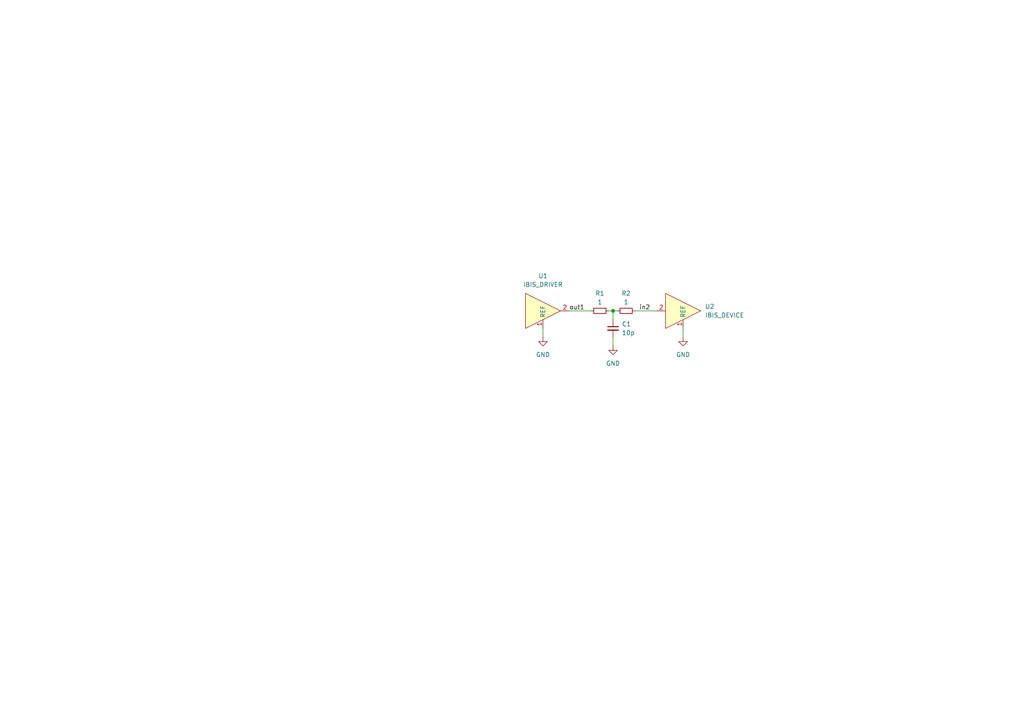
<source format=kicad_sch>
(kicad_sch (version 20231120) (generator "eeschema") (generator_version "7.99")
  (paper "A4")
  (lib_symbols
    (symbol "Device:C_Small" (pin_numbers hide) (pin_names (offset 0.254) hide)
      (property "Reference" "C" (at 0.254 1.778 0))
      (property "Value" "C_Small" (at 0.254 -2.032 0))
      (symbol "C_Small_0_1"
        (polyline (pts (xy -1.524 -0.508) (xy 1.524 -0.508)) (stroke (width 0.3302)))
        (polyline (pts (xy -1.524 0.508) (xy 1.524 0.508)) (stroke (width 0.3048)))
      )
      (symbol "C_Small_1_1"
        (pin passive line (at 0 2.54 270) (length 2.032) (name "~") (number "1"))
        (pin passive line (at 0 -2.54 90) (length 2.032) (name "~") (number "2"))
      )
    )
    (symbol "Device:R_Small" (pin_numbers hide) (pin_names (offset 0.254) hide)
      (property "Reference" "R" (at 0.762 0.508 0))
      (property "Value" "R_Small" (at 0.762 -1.016 0))
      (symbol "R_Small_0_1"
        (rectangle (start -0.762 1.778) (end 0.762 -1.778) (stroke (width 0.2032)))
      )
      (symbol "R_Small_1_1"
        (pin passive line (at 0 2.54 270) (length 0.762) (name "~") (number "1"))
        (pin passive line (at 0 -2.54 90) (length 0.762) (name "~") (number "2"))
      )
    )
    (symbol "Simulation_SPICE:IBIS_DEVICE"
      (property "Reference" "U?" (at 6.35 0.635 0))
      (property "Value" "IBIS_DEVICE" (at 6.35 -1.905 0))
      (symbol "IBIS_DEVICE_0_1"
        (polyline (pts (xy 5.08 0) (xy -5.08 5.08) (xy -5.08 -5.08) (xy 5.08 0)) (fill (type background)))
      )
      (symbol "IBIS_DEVICE_1_1"
        (pin power_in line (at 0 -5.08 90) (length 2.54) (name "REF") (number "1"))
        (pin input line (at -7.62 0 0) (length 2.54) (name "") (number "2"))
      )
    )
    (symbol "Simulation_SPICE:IBIS_DRIVER"
      (property "Reference" "U?" (at 0 8.89 0))
      (property "Value" "IBIS_DRIVER" (at 0 6.35 0))
      (symbol "IBIS_DRIVER_0_1"
        (polyline (pts (xy 5.08 0) (xy -5.08 5.08) (xy -5.08 -5.08) (xy 5.08 0)) (fill (type background)))
      )
      (symbol "IBIS_DRIVER_1_1"
        (pin power_in line (at 0 -5.08 90) (length 2.54) (name "REF") (number "1"))
        (pin bidirectional line (at 7.62 0 180) (length 2.54) (name "") (number "2"))
      )
    )
    (symbol "power:GND" (power) (pin_names (offset 0))
      (property "Value" "GND" (at 0 -3.81 0))
      (symbol "GND_0_1"
        (polyline (pts (xy 0 0) (xy 0 -1.27) (xy 1.27 -1.27) (xy 0 -2.54) (xy -1.27 -1.27) (xy 0 -1.27)))
      )
      (symbol "GND_1_1"
        (pin power_in line (at 0 0 270) (length 0) hide (name "GND") (number "1"))
      )
    )
  )
  (junction (at 177.8 90.17))
  (wire (pts (xy 165.1 90.17) (xy 171.45 90.17)))
  (wire (pts (xy 198.12 95.25) (xy 198.12 97.79)))
  (wire (pts (xy 176.53 90.17) (xy 177.8 90.17)))
  (wire (pts (xy 177.8 90.17) (xy 179.07 90.17)))
  (wire (pts (xy 157.48 95.25) (xy 157.48 97.79)))
  (wire (pts (xy 177.8 90.17) (xy 177.8 92.71)))
  (wire (pts (xy 184.15 90.17) (xy 190.5 90.17)))
  (wire (pts (xy 177.8 97.79) (xy 177.8 100.33)))
  (label "in2" (at 185.42 90.17 0))
  (label "out1" (at 165.1 90.17 0))
  (symbol (lib_id "Simulation_SPICE:IBIS_DEVICE") (at 198.12 90.17 0) (unit 1)
    (property "Reference" "U2" (at 204.47 88.8999 0) (effects (justify left)))
    (property "Value" "IBIS_DEVICE" (at 204.47 91.4399 0) (effects (justify left)))
    (property "Datasheet" "https://ibis.org" (effects (hide yes)))
    (property "Description" "Device model for IBIS files. Pin 3 can be used to monitor the die potential" (effects (hide yes)))
    (property "Sim.Device" "IBIS" (effects (hide yes)))
    (property "Sim.Type" "DEVICE" (effects (hide yes)))
    (property "Sim.Pins" "1=GND 2=IN/OUT" (effects (hide yes)))
    (property "Sim.Library" "lvc1g14.ibs" (effects (hide yes)))
    (property "Sim.Name" "74LVC1G14_GM" (effects (hide yes)))
    (property "Sim.Ibis.Pin" "2" (effects (hide yes)))
    (property "Sim.Ibis.Model" "LVC_XG14IN_33" (effects (hide yes)))
  )
  (symbol (lib_id "Device:C_Small") (at 177.8 95.25 0) (unit 1)
    (property "Reference" "C1" (at 180.34 93.9862 0) (effects (justify left)))
    (property "Value" "10p" (at 180.34 96.5262 0) (effects (justify left)))
    (property "Description" "Unpolarized capacitor, small symbol" (effects (hide yes)))
  )
  (symbol (lib_id "power:GND") (at 157.48 97.79 0) (unit 1)
    (property "Reference" "#PWR02" (effects (hide yes)))
    (property "Value" "GND" (at 157.48 102.87 0))
    (property "Description" "Power symbol creates a global label with name \"GND\" , ground" (effects (hide yes)))
  )
  (symbol (lib_id "power:GND") (at 177.8 100.33 0) (unit 1)
    (property "Reference" "#PWR01" (effects (hide yes)))
    (property "Value" "GND" (at 177.8 105.41 0))
    (property "Description" "Power symbol creates a global label with name \"GND\" , ground" (effects (hide yes)))
  )
  (symbol (lib_id "Device:R_Small") (at 181.61 90.17 90) (unit 1)
    (property "Reference" "R2" (at 181.61 85.09 90))
    (property "Value" "1" (at 181.61 87.63 90))
    (property "Description" "Resistor, small symbol" (effects (hide yes)))
  )
  (symbol (lib_id "Simulation_SPICE:IBIS_DRIVER") (at 157.48 90.17 0) (unit 1)
    (property "Reference" "U1" (at 157.48 80.01 0))
    (property "Value" "IBIS_DRIVER" (at 157.48 82.55 0))
    (property "Datasheet" "https://ibis.org" (effects (hide yes)))
    (property "Description" "Driver model for IBIS files." (effects (hide yes)))
    (property "Sim.Device" "IBIS" (effects (hide yes)))
    (property "Sim.Type" "RECTDRIVER" (effects (hide yes)))
    (property "Sim.Pins" "1=GND 2=IN/OUT" (effects (hide yes)))
    (property "Sim.Library" "lvc1g14.ibs" (effects (hide yes)))
    (property "Sim.Name" "74LVC1G14_GM" (effects (hide yes)))
    (property "Sim.Ibis.Pin" "4" (effects (hide yes)))
    (property "Sim.Ibis.Model" "LVC_XGOUTI_33" (effects (hide yes)))
    (property "Sim.Params" "ton=1e-8 toff=1e-8 td=1e-9 n=3" (effects (hide yes)))
  )
  (symbol (lib_id "Device:R_Small") (at 173.99 90.17 90) (unit 1)
    (property "Reference" "R1" (at 173.99 85.09 90))
    (property "Value" "1" (at 173.99 87.63 90))
    (property "Description" "Resistor, small symbol" (effects (hide yes)))
  )
  (symbol (lib_id "power:GND") (at 198.12 97.79 0) (unit 1)
    (property "Reference" "#PWR03" (effects (hide yes)))
    (property "Value" "GND" (at 198.12 102.87 0))
    (property "Description" "Power symbol creates a global label with name \"GND\" , ground" (effects (hide yes)))
  )
)
</source>
